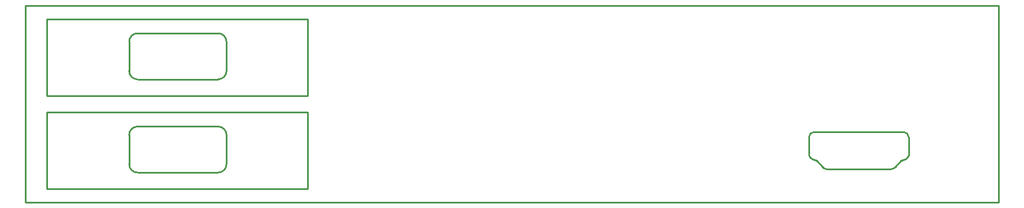
<source format=gm1>
G04 Layer_Color=16711935*
%FSAX43Y43*%
%MOMM*%
G71*
G01*
G75*
%ADD11C,0.254*%
D11*
X0095733Y0117998D02*
G03*
X0097003Y0119268I0000000J0001270D01*
G01*
X0097003Y0123650D02*
G03*
X0095733Y0124920I-0001270J0000000D01*
G01*
X0083668D02*
G03*
X0082398Y0123650I0000000J-0001270D01*
G01*
X0082398Y0119268D02*
G03*
X0083668Y0117998I0001270J0000000D01*
G01*
X0082398Y0105268D02*
G03*
X0083668Y0103998I0001270J0000000D01*
G01*
X0083668Y0110920D02*
G03*
X0082398Y0109650I0000000J-0001270D01*
G01*
X0097003D02*
G03*
X0095733Y0110920I-0001270J0000000D01*
G01*
X0095733Y0103998D02*
G03*
X0097003Y0105268I0000000J0001270D01*
G01*
X0199304Y0109344D02*
G03*
X0198562Y0110085I-0000742J0000000D01*
G01*
X0185114Y0110085D02*
G03*
X0184372Y0109344I0000000J-0000742D01*
G01*
X0109199Y0115547D02*
Y0127053D01*
X0070071D02*
X0109199D01*
X0070071Y0115547D02*
Y0127053D01*
Y0115547D02*
X0109199D01*
X0095288Y0117998D02*
X0095733D01*
X0097003Y0119268D02*
Y0123650D01*
X0095288Y0124920D02*
X0095733D01*
X0083668D02*
X0095288D01*
X0083668Y0117998D02*
X0095510D01*
X0082398Y0119268D02*
Y0123650D01*
Y0105268D02*
Y0109650D01*
X0083668Y0103998D02*
X0095510D01*
X0083668Y0110920D02*
X0095288D01*
X0095733D01*
X0097003Y0105268D02*
Y0109650D01*
X0095288Y0103998D02*
X0095733D01*
X0070071Y0101547D02*
X0109199D01*
X0070071D02*
Y0113053D01*
X0109199D01*
Y0101547D02*
Y0113053D01*
X0188931Y0104535D02*
X0194745D01*
X0191238Y0110085D02*
X0192438D01*
X0197305Y0104859D02*
X0198140Y0105759D01*
X0197093Y0104684D02*
X0197305Y0104859D01*
X0196841Y0104573D02*
X0197093Y0104684D01*
X0196568Y0104535D02*
X0196841Y0104573D01*
X0195138Y0104535D02*
X0196568Y0104535D01*
X0199304Y0109344D02*
X0199306Y0106651D01*
X0198338Y0110085D02*
X0198562D01*
X0199204Y0106421D02*
X0199306Y0106651D01*
X0199064Y0106214D02*
X0199204Y0106421D01*
X0198213Y0105806D02*
X0198294Y0105839D01*
X0198639Y0105948D01*
X0198838Y0106033D01*
X0199064Y0106214D01*
X0192438Y0110085D02*
X0198338D01*
X0194745Y0104535D02*
X0195138D01*
X0188538D02*
X0188931D01*
X0185338Y0110085D02*
X0191238D01*
X0184612Y0106214D02*
X0184838Y0106033D01*
X0185037Y0105948D01*
X0185382Y0105839D01*
X0185463Y0105806D01*
X0184472Y0106421D02*
X0184612Y0106214D01*
X0184370Y0106651D02*
X0184472Y0106421D01*
X0185114Y0110085D02*
X0185338D01*
X0184370Y0106651D02*
X0184372Y0109344D01*
X0187108Y0104535D02*
X0188538Y0104535D01*
X0186835Y0104573D02*
X0187108Y0104535D01*
X0186583Y0104684D02*
X0186835Y0104573D01*
X0186371Y0104859D02*
X0186583Y0104684D01*
X0185536Y0105759D02*
X0186371Y0104859D01*
X0066813Y0129050D02*
X0212813D01*
X0212813Y0099550D02*
X0212813Y0129050D01*
X0066813Y0099550D02*
Y0129050D01*
Y0099550D02*
X0212813D01*
M02*

</source>
